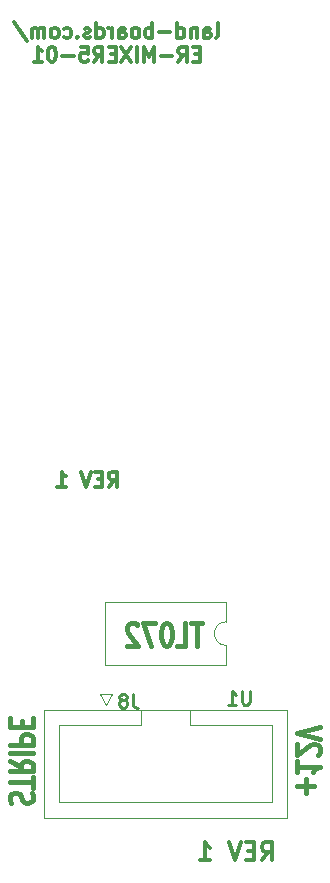
<source format=gbo>
%TF.GenerationSoftware,KiCad,Pcbnew,(6.0.1)*%
%TF.CreationDate,2022-11-11T13:21:04-05:00*%
%TF.ProjectId,ER-MIXER5-01,45522d4d-4958-4455-9235-2d30312e6b69,1*%
%TF.SameCoordinates,Original*%
%TF.FileFunction,Legend,Bot*%
%TF.FilePolarity,Positive*%
%FSLAX46Y46*%
G04 Gerber Fmt 4.6, Leading zero omitted, Abs format (unit mm)*
G04 Created by KiCad (PCBNEW (6.0.1)) date 2022-11-11 13:21:04*
%MOMM*%
%LPD*%
G01*
G04 APERTURE LIST*
%ADD10C,0.381000*%
%ADD11C,0.312500*%
%ADD12C,0.300000*%
%ADD13C,0.254000*%
%ADD14C,0.120000*%
G04 APERTURE END LIST*
D10*
X26963925Y-118007492D02*
X26963925Y-116846350D01*
X26238211Y-117426921D02*
X27689639Y-117426921D01*
X26238211Y-115322350D02*
X26238211Y-116193207D01*
X26238211Y-115757778D02*
X28143211Y-115757778D01*
X27871068Y-115902921D01*
X27689639Y-116048064D01*
X27598925Y-116193207D01*
X27961782Y-114741778D02*
X28052497Y-114669207D01*
X28143211Y-114524064D01*
X28143211Y-114161207D01*
X28052497Y-114016064D01*
X27961782Y-113943492D01*
X27780354Y-113870921D01*
X27598925Y-113870921D01*
X27326782Y-113943492D01*
X26238211Y-114814350D01*
X26238211Y-113870921D01*
X28143211Y-113435492D02*
X26238211Y-112927492D01*
X28143211Y-112419492D01*
D11*
X10285714Y-92065476D02*
X10702380Y-91470238D01*
X11000000Y-92065476D02*
X11000000Y-90815476D01*
X10523809Y-90815476D01*
X10404761Y-90875000D01*
X10345238Y-90934523D01*
X10285714Y-91053571D01*
X10285714Y-91232142D01*
X10345238Y-91351190D01*
X10404761Y-91410714D01*
X10523809Y-91470238D01*
X11000000Y-91470238D01*
X9750000Y-91410714D02*
X9333333Y-91410714D01*
X9154761Y-92065476D02*
X9750000Y-92065476D01*
X9750000Y-90815476D01*
X9154761Y-90815476D01*
X8797619Y-90815476D02*
X8380952Y-92065476D01*
X7964285Y-90815476D01*
X5940476Y-92065476D02*
X6654761Y-92065476D01*
X6297619Y-92065476D02*
X6297619Y-90815476D01*
X6416666Y-90994047D01*
X6535714Y-91113095D01*
X6654761Y-91172619D01*
D10*
X2022928Y-118842064D02*
X1932214Y-118624350D01*
X1932214Y-118261492D01*
X2022928Y-118116350D01*
X2113642Y-118043778D01*
X2295071Y-117971207D01*
X2476500Y-117971207D01*
X2657928Y-118043778D01*
X2748642Y-118116350D01*
X2839357Y-118261492D01*
X2930071Y-118551778D01*
X3020785Y-118696921D01*
X3111500Y-118769492D01*
X3292928Y-118842064D01*
X3474357Y-118842064D01*
X3655785Y-118769492D01*
X3746500Y-118696921D01*
X3837214Y-118551778D01*
X3837214Y-118188921D01*
X3746500Y-117971207D01*
X3837214Y-117535778D02*
X3837214Y-116664921D01*
X1932214Y-117100350D02*
X3837214Y-117100350D01*
X1932214Y-115286064D02*
X2839357Y-115794064D01*
X1932214Y-116156921D02*
X3837214Y-116156921D01*
X3837214Y-115576350D01*
X3746500Y-115431207D01*
X3655785Y-115358635D01*
X3474357Y-115286064D01*
X3202214Y-115286064D01*
X3020785Y-115358635D01*
X2930071Y-115431207D01*
X2839357Y-115576350D01*
X2839357Y-116156921D01*
X1932214Y-114632921D02*
X3837214Y-114632921D01*
X1932214Y-113907207D02*
X3837214Y-113907207D01*
X3837214Y-113326635D01*
X3746500Y-113181492D01*
X3655785Y-113108921D01*
X3474357Y-113036350D01*
X3202214Y-113036350D01*
X3020785Y-113108921D01*
X2930071Y-113181492D01*
X2839357Y-113326635D01*
X2839357Y-113907207D01*
X2930071Y-112383207D02*
X2930071Y-111875207D01*
X1932214Y-111657492D02*
X1932214Y-112383207D01*
X3837214Y-112383207D01*
X3837214Y-111657492D01*
X18149207Y-103604785D02*
X17278350Y-103604785D01*
X17713778Y-105509785D02*
X17713778Y-103604785D01*
X16044635Y-105509785D02*
X16770350Y-105509785D01*
X16770350Y-103604785D01*
X15246350Y-103604785D02*
X15101207Y-103604785D01*
X14956064Y-103695500D01*
X14883492Y-103786214D01*
X14810921Y-103967642D01*
X14738350Y-104330500D01*
X14738350Y-104784071D01*
X14810921Y-105146928D01*
X14883492Y-105328357D01*
X14956064Y-105419071D01*
X15101207Y-105509785D01*
X15246350Y-105509785D01*
X15391492Y-105419071D01*
X15464064Y-105328357D01*
X15536635Y-105146928D01*
X15609207Y-104784071D01*
X15609207Y-104330500D01*
X15536635Y-103967642D01*
X15464064Y-103786214D01*
X15391492Y-103695500D01*
X15246350Y-103604785D01*
X14230350Y-103604785D02*
X13214350Y-103604785D01*
X13867492Y-105509785D01*
X12706350Y-103786214D02*
X12633778Y-103695500D01*
X12488635Y-103604785D01*
X12125778Y-103604785D01*
X11980635Y-103695500D01*
X11908064Y-103786214D01*
X11835492Y-103967642D01*
X11835492Y-104149071D01*
X11908064Y-104421214D01*
X12778921Y-105509785D01*
X11835492Y-105509785D01*
D12*
X23242857Y-123678571D02*
X23742857Y-122964285D01*
X24100000Y-123678571D02*
X24100000Y-122178571D01*
X23528571Y-122178571D01*
X23385714Y-122250000D01*
X23314285Y-122321428D01*
X23242857Y-122464285D01*
X23242857Y-122678571D01*
X23314285Y-122821428D01*
X23385714Y-122892857D01*
X23528571Y-122964285D01*
X24100000Y-122964285D01*
X22600000Y-122892857D02*
X22100000Y-122892857D01*
X21885714Y-123678571D02*
X22600000Y-123678571D01*
X22600000Y-122178571D01*
X21885714Y-122178571D01*
X21457142Y-122178571D02*
X20957142Y-123678571D01*
X20457142Y-122178571D01*
X18028571Y-123678571D02*
X18885714Y-123678571D01*
X18457142Y-123678571D02*
X18457142Y-122178571D01*
X18600000Y-122392857D01*
X18742857Y-122535714D01*
X18885714Y-122607142D01*
D11*
X19363095Y-54059226D02*
X19482142Y-53999702D01*
X19541666Y-53880654D01*
X19541666Y-52809226D01*
X18351190Y-54059226D02*
X18351190Y-53404464D01*
X18410714Y-53285416D01*
X18529761Y-53225892D01*
X18767857Y-53225892D01*
X18886904Y-53285416D01*
X18351190Y-53999702D02*
X18470238Y-54059226D01*
X18767857Y-54059226D01*
X18886904Y-53999702D01*
X18946428Y-53880654D01*
X18946428Y-53761607D01*
X18886904Y-53642559D01*
X18767857Y-53583035D01*
X18470238Y-53583035D01*
X18351190Y-53523511D01*
X17755952Y-53225892D02*
X17755952Y-54059226D01*
X17755952Y-53344940D02*
X17696428Y-53285416D01*
X17577380Y-53225892D01*
X17398809Y-53225892D01*
X17279761Y-53285416D01*
X17220238Y-53404464D01*
X17220238Y-54059226D01*
X16089285Y-54059226D02*
X16089285Y-52809226D01*
X16089285Y-53999702D02*
X16208333Y-54059226D01*
X16446428Y-54059226D01*
X16565476Y-53999702D01*
X16625000Y-53940178D01*
X16684523Y-53821130D01*
X16684523Y-53463988D01*
X16625000Y-53344940D01*
X16565476Y-53285416D01*
X16446428Y-53225892D01*
X16208333Y-53225892D01*
X16089285Y-53285416D01*
X15494047Y-53583035D02*
X14541666Y-53583035D01*
X13946428Y-54059226D02*
X13946428Y-52809226D01*
X13946428Y-53285416D02*
X13827380Y-53225892D01*
X13589285Y-53225892D01*
X13470238Y-53285416D01*
X13410714Y-53344940D01*
X13351190Y-53463988D01*
X13351190Y-53821130D01*
X13410714Y-53940178D01*
X13470238Y-53999702D01*
X13589285Y-54059226D01*
X13827380Y-54059226D01*
X13946428Y-53999702D01*
X12636904Y-54059226D02*
X12755952Y-53999702D01*
X12815476Y-53940178D01*
X12875000Y-53821130D01*
X12875000Y-53463988D01*
X12815476Y-53344940D01*
X12755952Y-53285416D01*
X12636904Y-53225892D01*
X12458333Y-53225892D01*
X12339285Y-53285416D01*
X12279761Y-53344940D01*
X12220238Y-53463988D01*
X12220238Y-53821130D01*
X12279761Y-53940178D01*
X12339285Y-53999702D01*
X12458333Y-54059226D01*
X12636904Y-54059226D01*
X11148809Y-54059226D02*
X11148809Y-53404464D01*
X11208333Y-53285416D01*
X11327380Y-53225892D01*
X11565476Y-53225892D01*
X11684523Y-53285416D01*
X11148809Y-53999702D02*
X11267857Y-54059226D01*
X11565476Y-54059226D01*
X11684523Y-53999702D01*
X11744047Y-53880654D01*
X11744047Y-53761607D01*
X11684523Y-53642559D01*
X11565476Y-53583035D01*
X11267857Y-53583035D01*
X11148809Y-53523511D01*
X10553571Y-54059226D02*
X10553571Y-53225892D01*
X10553571Y-53463988D02*
X10494047Y-53344940D01*
X10434523Y-53285416D01*
X10315476Y-53225892D01*
X10196428Y-53225892D01*
X9244047Y-54059226D02*
X9244047Y-52809226D01*
X9244047Y-53999702D02*
X9363095Y-54059226D01*
X9601190Y-54059226D01*
X9720238Y-53999702D01*
X9779761Y-53940178D01*
X9839285Y-53821130D01*
X9839285Y-53463988D01*
X9779761Y-53344940D01*
X9720238Y-53285416D01*
X9601190Y-53225892D01*
X9363095Y-53225892D01*
X9244047Y-53285416D01*
X8708333Y-53999702D02*
X8589285Y-54059226D01*
X8351190Y-54059226D01*
X8232142Y-53999702D01*
X8172619Y-53880654D01*
X8172619Y-53821130D01*
X8232142Y-53702083D01*
X8351190Y-53642559D01*
X8529761Y-53642559D01*
X8648809Y-53583035D01*
X8708333Y-53463988D01*
X8708333Y-53404464D01*
X8648809Y-53285416D01*
X8529761Y-53225892D01*
X8351190Y-53225892D01*
X8232142Y-53285416D01*
X7636904Y-53940178D02*
X7577380Y-53999702D01*
X7636904Y-54059226D01*
X7696428Y-53999702D01*
X7636904Y-53940178D01*
X7636904Y-54059226D01*
X6505952Y-53999702D02*
X6625000Y-54059226D01*
X6863095Y-54059226D01*
X6982142Y-53999702D01*
X7041666Y-53940178D01*
X7101190Y-53821130D01*
X7101190Y-53463988D01*
X7041666Y-53344940D01*
X6982142Y-53285416D01*
X6863095Y-53225892D01*
X6625000Y-53225892D01*
X6505952Y-53285416D01*
X5791666Y-54059226D02*
X5910714Y-53999702D01*
X5970238Y-53940178D01*
X6029761Y-53821130D01*
X6029761Y-53463988D01*
X5970238Y-53344940D01*
X5910714Y-53285416D01*
X5791666Y-53225892D01*
X5613095Y-53225892D01*
X5494047Y-53285416D01*
X5434523Y-53344940D01*
X5375000Y-53463988D01*
X5375000Y-53821130D01*
X5434523Y-53940178D01*
X5494047Y-53999702D01*
X5613095Y-54059226D01*
X5791666Y-54059226D01*
X4839285Y-54059226D02*
X4839285Y-53225892D01*
X4839285Y-53344940D02*
X4779761Y-53285416D01*
X4660714Y-53225892D01*
X4482142Y-53225892D01*
X4363095Y-53285416D01*
X4303571Y-53404464D01*
X4303571Y-54059226D01*
X4303571Y-53404464D02*
X4244047Y-53285416D01*
X4125000Y-53225892D01*
X3946428Y-53225892D01*
X3827380Y-53285416D01*
X3767857Y-53404464D01*
X3767857Y-54059226D01*
X2279761Y-52749702D02*
X3351190Y-54356845D01*
X18023809Y-55416964D02*
X17607142Y-55416964D01*
X17428571Y-56071726D02*
X18023809Y-56071726D01*
X18023809Y-54821726D01*
X17428571Y-54821726D01*
X16178571Y-56071726D02*
X16595238Y-55476488D01*
X16892857Y-56071726D02*
X16892857Y-54821726D01*
X16416666Y-54821726D01*
X16297619Y-54881250D01*
X16238095Y-54940773D01*
X16178571Y-55059821D01*
X16178571Y-55238392D01*
X16238095Y-55357440D01*
X16297619Y-55416964D01*
X16416666Y-55476488D01*
X16892857Y-55476488D01*
X15642857Y-55595535D02*
X14690476Y-55595535D01*
X14095238Y-56071726D02*
X14095238Y-54821726D01*
X13678571Y-55714583D01*
X13261904Y-54821726D01*
X13261904Y-56071726D01*
X12666666Y-56071726D02*
X12666666Y-54821726D01*
X12190476Y-54821726D02*
X11357142Y-56071726D01*
X11357142Y-54821726D02*
X12190476Y-56071726D01*
X10880952Y-55416964D02*
X10464285Y-55416964D01*
X10285714Y-56071726D02*
X10880952Y-56071726D01*
X10880952Y-54821726D01*
X10285714Y-54821726D01*
X9035714Y-56071726D02*
X9452380Y-55476488D01*
X9750000Y-56071726D02*
X9750000Y-54821726D01*
X9273809Y-54821726D01*
X9154761Y-54881250D01*
X9095238Y-54940773D01*
X9035714Y-55059821D01*
X9035714Y-55238392D01*
X9095238Y-55357440D01*
X9154761Y-55416964D01*
X9273809Y-55476488D01*
X9750000Y-55476488D01*
X7904761Y-54821726D02*
X8500000Y-54821726D01*
X8559523Y-55416964D01*
X8500000Y-55357440D01*
X8380952Y-55297916D01*
X8083333Y-55297916D01*
X7964285Y-55357440D01*
X7904761Y-55416964D01*
X7845238Y-55536011D01*
X7845238Y-55833630D01*
X7904761Y-55952678D01*
X7964285Y-56012202D01*
X8083333Y-56071726D01*
X8380952Y-56071726D01*
X8500000Y-56012202D01*
X8559523Y-55952678D01*
X7309523Y-55595535D02*
X6357142Y-55595535D01*
X5523809Y-54821726D02*
X5404761Y-54821726D01*
X5285714Y-54881250D01*
X5226190Y-54940773D01*
X5166666Y-55059821D01*
X5107142Y-55297916D01*
X5107142Y-55595535D01*
X5166666Y-55833630D01*
X5226190Y-55952678D01*
X5285714Y-56012202D01*
X5404761Y-56071726D01*
X5523809Y-56071726D01*
X5642857Y-56012202D01*
X5702380Y-55952678D01*
X5761904Y-55833630D01*
X5821428Y-55595535D01*
X5821428Y-55297916D01*
X5761904Y-55059821D01*
X5702380Y-54940773D01*
X5642857Y-54881250D01*
X5523809Y-54821726D01*
X3916666Y-56071726D02*
X4630952Y-56071726D01*
X4273809Y-56071726D02*
X4273809Y-54821726D01*
X4392857Y-55000297D01*
X4511904Y-55119345D01*
X4630952Y-55178869D01*
D13*
%TO.C,J8*%
X12319000Y-109610071D02*
X12319000Y-110426500D01*
X12373428Y-110589785D01*
X12482285Y-110698642D01*
X12645571Y-110753071D01*
X12754428Y-110753071D01*
X11611428Y-110099928D02*
X11720285Y-110045500D01*
X11774714Y-109991071D01*
X11829142Y-109882214D01*
X11829142Y-109827785D01*
X11774714Y-109718928D01*
X11720285Y-109664500D01*
X11611428Y-109610071D01*
X11393714Y-109610071D01*
X11284857Y-109664500D01*
X11230428Y-109718928D01*
X11176000Y-109827785D01*
X11176000Y-109882214D01*
X11230428Y-109991071D01*
X11284857Y-110045500D01*
X11393714Y-110099928D01*
X11611428Y-110099928D01*
X11720285Y-110154357D01*
X11774714Y-110208785D01*
X11829142Y-110317642D01*
X11829142Y-110535357D01*
X11774714Y-110644214D01*
X11720285Y-110698642D01*
X11611428Y-110753071D01*
X11393714Y-110753071D01*
X11284857Y-110698642D01*
X11230428Y-110644214D01*
X11176000Y-110535357D01*
X11176000Y-110317642D01*
X11230428Y-110208785D01*
X11284857Y-110154357D01*
X11393714Y-110099928D01*
%TO.C,U1*%
X22206857Y-109356071D02*
X22206857Y-110281357D01*
X22152428Y-110390214D01*
X22098000Y-110444642D01*
X21989142Y-110499071D01*
X21771428Y-110499071D01*
X21662571Y-110444642D01*
X21608142Y-110390214D01*
X21553714Y-110281357D01*
X21553714Y-109356071D01*
X20410714Y-110499071D02*
X21063857Y-110499071D01*
X20737285Y-110499071D02*
X20737285Y-109356071D01*
X20846142Y-109519357D01*
X20955000Y-109628214D01*
X21063857Y-109682642D01*
D14*
%TO.C,J8*%
X25390000Y-110957500D02*
X4810000Y-110957500D01*
X4810000Y-120077500D02*
X25390000Y-120077500D01*
X24090000Y-118767500D02*
X24090000Y-112267500D01*
X6110000Y-112267500D02*
X6110000Y-118767500D01*
X25390000Y-120077500D02*
X25390000Y-110957500D01*
X10020000Y-110567500D02*
X9520000Y-109567500D01*
X4810000Y-110957500D02*
X4810000Y-120077500D01*
X17150000Y-112267500D02*
X17150000Y-110957500D01*
X9520000Y-109567500D02*
X10520000Y-109567500D01*
X10520000Y-109567500D02*
X10020000Y-110567500D01*
X24090000Y-112267500D02*
X17150000Y-112267500D01*
X6110000Y-118767500D02*
X24090000Y-118767500D01*
X13050000Y-112267500D02*
X6110000Y-112267500D01*
X13050000Y-110957500D02*
X13050000Y-112267500D01*
X17150000Y-112267500D02*
X17150000Y-112267500D01*
%TO.C,U1*%
X20230000Y-107140012D02*
X9950000Y-107140012D01*
X9950000Y-107140012D02*
X9950000Y-101840012D01*
X9950000Y-101840012D02*
X20230000Y-101840012D01*
X20230000Y-101840012D02*
X20230000Y-103490012D01*
X20230000Y-105490012D02*
X20230000Y-107140012D01*
X20230000Y-103490012D02*
G75*
G03*
X20230000Y-105490012I0J-1000000D01*
G01*
%TD*%
M02*

</source>
